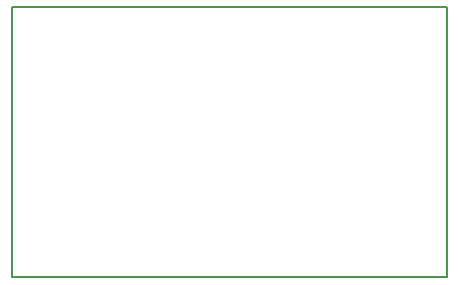
<source format=gm1>
%TF.GenerationSoftware,KiCad,Pcbnew,4.0.6*%
%TF.CreationDate,2017-10-03T21:34:55-04:00*%
%TF.ProjectId,HVPS_SMD,485650535F534D442E6B696361645F70,rev?*%
%TF.FileFunction,Profile,NP*%
%FSLAX46Y46*%
G04 Gerber Fmt 4.6, Leading zero omitted, Abs format (unit mm)*
G04 Created by KiCad (PCBNEW 4.0.6) date 10/03/17 21:34:55*
%MOMM*%
%LPD*%
G01*
G04 APERTURE LIST*
%ADD10C,0.127000*%
G04 APERTURE END LIST*
D10*
X215900000Y-60960000D02*
X179070000Y-60960000D01*
X215900000Y-83820000D02*
X215900000Y-60960000D01*
X179070000Y-83820000D02*
X215900000Y-83820000D01*
X179070000Y-60960000D02*
X179070000Y-83820000D01*
M02*

</source>
